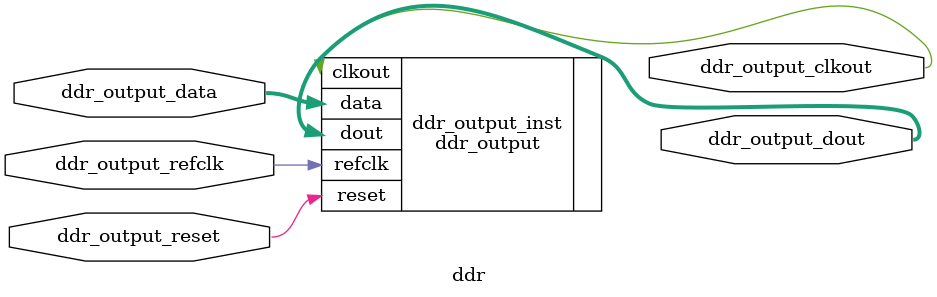
<source format=v>
/* synthesis translate_off*/
`define SBP_SIMULATION
/* synthesis translate_on*/
`ifndef SBP_SIMULATION
`define SBP_SYNTHESIS
`endif

//
// Verific Verilog Description of module ddr
//
module ddr (ddr_output_data, ddr_output_dout, ddr_output_clkout, ddr_output_refclk, 
            ddr_output_reset) /* synthesis sbp_module=true */ ;
    input [33:0]ddr_output_data;
    output [16:0]ddr_output_dout;
    output ddr_output_clkout;
    input ddr_output_refclk;
    input ddr_output_reset;
    
    
    ddr_output ddr_output_inst (.data({ddr_output_data}), .dout({ddr_output_dout}), 
            .clkout(ddr_output_clkout), .refclk(ddr_output_refclk), .reset(ddr_output_reset));
    
endmodule


</source>
